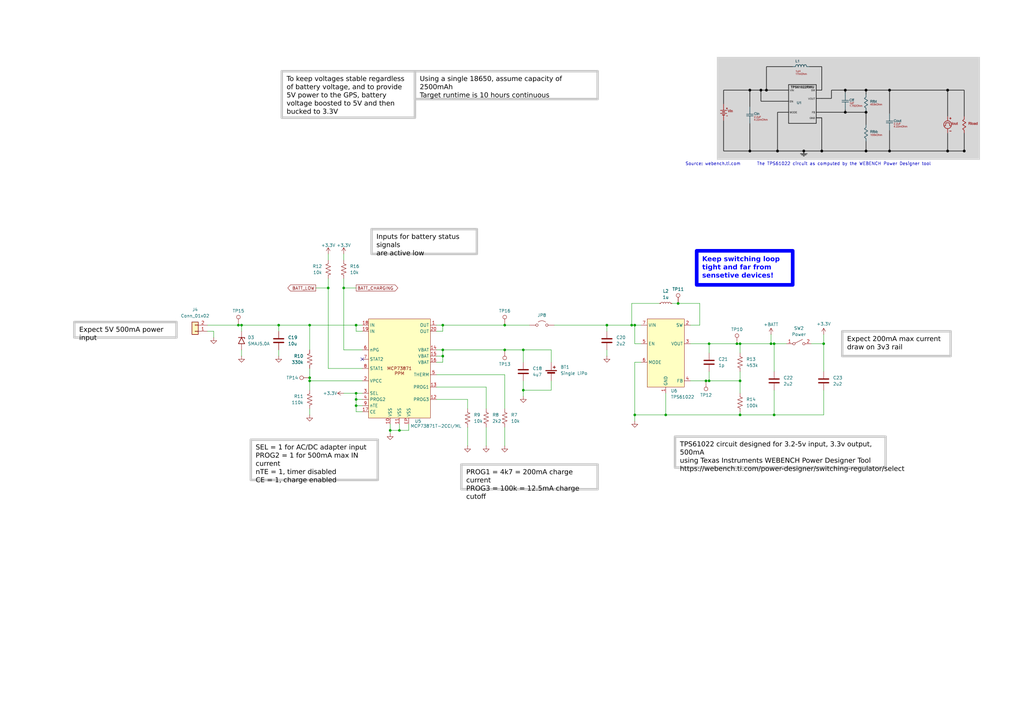
<source format=kicad_sch>
(kicad_sch (version 20250114) (generator "eeschema") (generator_version "9.0")
  (paper "A3")
  (title_block (title "STM32F100C4T6B GPS Locator") (date "2025-03-06") (rev "1.0.0") (company "MTP"))
  (lib_symbols
    (symbol "Connector:TestPoint" (pin_numbers (hide yes)) (pin_names (offset 0.762) (hide yes))
      (property "Reference" "TP" (at 0 6.858 0))
      (property "Value" "TestPoint" (at 0 5.08 0))
      (symbol "TestPoint_0_1"
        (circle (center 0 3.302) (radius 0.762))
      )
      (symbol "TestPoint_1_1"
        (pin passive line (at 0 0 90) (length 2.54) (name "1") (number "1"))
      )
    )
    (symbol "Connector_Generic:Conn_01x02" (pin_names (offset 1.016) (hide yes))
      (property "Reference" "J" (at 0 2.54 0))
      (property "Value" "Conn_01x02" (at 0 -5.08 0))
      (symbol "Conn_01x02_1_1"
        (rectangle (start -1.27 1.27) (end 1.27 -3.81) (stroke (width 0.254)) (fill (type background)))
        (rectangle (start -1.27 0.127) (end 0 -0.127) (stroke (width 0.1524)))
        (rectangle (start -1.27 -2.413) (end 0 -2.667) (stroke (width 0.1524)))
        (pin passive line (at -5.08 0 0) (length 3.81) (name "Pin_1") (number "1"))
        (pin passive line (at -5.08 -2.54 0) (length 3.81) (name "Pin_2") (number "2"))
      )
    )
    (symbol "Converter_DCDC:TPS61022"
      (property "Reference" "U6" (at 2.032 -15.494 0))
      (property "Value" "TPS61022" (at 2.032 -18.034 0))
      (symbol "TPS61022_1_1"
        (rectangle (start -7.62 13.97) (end 7.62 -13.97) (fill (type background)))
        (pin power_in line (at -10.16 11.43 0) (length 2.54) (name "VIN") (number "7"))
        (pin input line (at -10.16 3.81 0) (length 2.54) (name "EN") (number "5"))
        (pin input line (at -10.16 -3.81 0) (length 2.54) (name "MODE") (number "6"))
        (pin power_in line (at 0 -16.51 90) (length 2.54) (name "GND") (number "1"))
        (pin input line (at 10.16 11.43 180) (length 2.54) (name "SW") (number "2"))
        (pin power_out line (at 10.16 3.81 180) (length 2.54) (name "VOUT") (number "3"))
        (pin input line (at 10.16 -11.43 180) (length 2.54) (name "FB") (number "4"))
      )
    )
    (symbol "Device:Battery_Cell" (pin_numbers (hide yes)) (pin_names (offset 0) (hide yes))
      (property "Reference" "BT" (at 2.54 2.54 0))
      (property "Value" "Battery_Cell" (at 2.54 0 0))
      (symbol "Battery_Cell_0_1"
        (rectangle (start -2.286 1.778) (end 2.286 1.524) (fill (type outline)))
        (rectangle (start -1.524 1.016) (end 1.524 0.508) (fill (type outline)))
        (polyline (pts (xy 0 1.778) (xy 0 2.54)))
        (polyline (pts (xy 0 0.762) (xy 0 0)))
        (polyline (pts (xy 0.762 3.048) (xy 1.778 3.048)) (stroke (width 0.254)))
        (polyline (pts (xy 1.27 3.556) (xy 1.27 2.54)) (stroke (width 0.254)))
      )
      (symbol "Battery_Cell_1_1"
        (pin passive line (at 0 5.08 270) (length 2.54) (name "+") (number "1"))
        (pin passive line (at 0 -2.54 90) (length 2.54) (name "-") (number "2"))
      )
    )
    (symbol "Device:C" (pin_numbers (hide yes)) (pin_names (offset 0.254))
      (property "Reference" "C" (at 0.635 2.54 0))
      (property "Value" "C" (at 0.635 -2.54 0))
      (symbol "C_0_1"
        (polyline (pts (xy -2.032 0.762) (xy 2.032 0.762)) (stroke (width 0.508)))
        (polyline (pts (xy -2.032 -0.762) (xy 2.032 -0.762)) (stroke (width 0.508)))
      )
      (symbol "C_1_1"
        (pin passive line (at 0 3.81 270) (length 2.794) (name "~") (number "1"))
        (pin passive line (at 0 -3.81 90) (length 2.794) (name "~") (number "2"))
      )
    )
    (symbol "Device:L_Small" (pin_numbers (hide yes)) (pin_names (offset 0.254) (hide yes))
      (property "Reference" "L" (at 0.762 1.016 0))
      (property "Value" "L_Small" (at 0.762 -1.016 0))
      (symbol "L_Small_0_1"
        (arc (start 0 2.032) (mid 0.5058 1.524) (end 0 1.016))
        (arc (start 0 1.016) (mid 0.5058 0.508) (end 0 0))
        (arc (start 0 0) (mid 0.5058 -0.508) (end 0 -1.016))
        (arc (start 0 -1.016) (mid 0.5058 -1.524) (end 0 -2.032))
      )
      (symbol "L_Small_1_1"
        (pin passive line (at 0 2.54 270) (length 0.508) (name "~") (number "1"))
        (pin passive line (at 0 -2.54 90) (length 0.508) (name "~") (number "2"))
      )
    )
    (symbol "Device:R_US" (pin_numbers (hide yes)) (pin_names (offset 0))
      (property "Reference" "R" (at 2.54 0 90))
      (property "Value" "R_US" (at -2.54 0 90))
      (symbol "R_US_0_1"
        (polyline (pts (xy 0 2.286) (xy 0 2.54)))
        (polyline (pts (xy 0 2.286) (xy 1.016 1.905) (xy 0 1.524) (xy -1.016 1.143) (xy 0 0.762)))
        (polyline (pts (xy 0 0.762) (xy 1.016 0.381) (xy 0 0) (xy -1.016 -0.381) (xy 0 -0.762)))
        (polyline (pts (xy 0 -0.762) (xy 1.016 -1.143) (xy 0 -1.524) (xy -1.016 -1.905) (xy 0 -2.286)))
        (polyline (pts (xy 0 -2.286) (xy 0 -2.54)))
      )
      (symbol "R_US_1_1"
        (pin passive line (at 0 3.81 270) (length 1.27) (name "~") (number "1"))
        (pin passive line (at 0 -3.81 90) (length 1.27) (name "~") (number "2"))
      )
    )
    (symbol "Diode:SMAJ5.0A" (pin_numbers (hide yes)) (pin_names (offset 1.016) (hide yes))
      (property "Reference" "D" (at 0 2.54 0))
      (property "Value" "SMAJ5.0A" (at 0 -2.54 0))
      (symbol "SMAJ5.0A_0_1"
        (polyline (pts (xy -0.762 1.27) (xy -1.27 1.27) (xy -1.27 -1.27)) (stroke (width 0.254)))
        (polyline (pts (xy 1.27 1.27) (xy 1.27 -1.27) (xy -1.27 0) (xy 1.27 1.27)) (stroke (width 0.254)))
      )
      (symbol "SMAJ5.0A_1_1"
        (pin passive line (at -3.81 0 0) (length 2.54) (name "A1") (number "1"))
        (pin passive line (at 3.81 0 180) (length 2.54) (name "A2") (number "2"))
      )
    )
    (symbol "ICs:MCP73871"
      (property "Reference" "U" (at 7.62 -19.304 0))
      (symbol "MCP73871_1_1"
        (rectangle (start -12.7 22.86) (end 12.7 -17.78) (fill (type background)))
        (text "MCP73871\nPPM" (at 0 1.524 0) (effects (font (size 1.27 1.27))))
        (pin power_in line (at -15.24 20.32 0) (length 2.54) (name "IN") (number "18"))
        (pin power_in line (at -15.24 17.78 0) (length 2.54) (name "IN") (number "19"))
        (pin output line (at -15.24 10.16 0) (length 2.54) (name "nPG") (number "6"))
        (pin output line (at -15.24 6.35 0) (length 2.54) (name "STAT2") (number "7"))
        (pin output line (at -15.24 2.54 0) (length 2.54) (name "STAT1") (number "8"))
        (pin input line (at -15.24 -2.54 0) (length 2.54) (name "VPCC") (number "2"))
        (pin input line (at -15.24 -7.62 0) (length 2.54) (name "SEL") (number "3"))
        (pin input line (at -15.24 -10.16 0) (length 2.54) (name "PROG2") (number "4"))
        (pin input line (at -15.24 -12.7 0) (length 2.54) (name "nTE") (number "9"))
        (pin input line (at -15.24 -15.24 0) (length 2.54) (name "CE") (number "17"))
        (pin power_in line (at -3.81 -20.32 90) (length 2.54) (name "VSS") (number "10"))
        (pin power_in line (at 0 -20.32 90) (length 2.54) (name "VSS") (number "11"))
        (pin power_in line (at 3.81 -20.32 90) (length 2.54) (name "VSS") (number "EP"))
        (pin power_in line (at 15.24 20.32 180) (length 2.54) (name "OUT") (number "1"))
        (pin power_in line (at 15.24 17.78 180) (length 2.54) (name "OUT") (number "20"))
        (pin power_in line (at 15.24 10.16 180) (length 2.54) (name "VBAT") (number "14"))
        (pin power_in line (at 15.24 7.62 180) (length 2.54) (name "VBAT") (number "15"))
        (pin power_in line (at 15.24 5.08 180) (length 2.54) (name "VBAT") (number "16"))
        (pin input line (at 15.24 0 180) (length 2.54) (name "THERM") (number "5"))
        (pin input line (at 15.24 -5.08 180) (length 2.54) (name "PROG1") (number "13"))
        (pin input line (at 15.24 -10.16 180) (length 2.54) (name "PROG3") (number "12"))
      )
    )
    (symbol "Jumper:Jumper_2_Open" (pin_numbers (hide yes)) (pin_names (offset 0) (hide yes)) (exclude_from_sim yes)
      (property "Reference" "JP" (at 0 2.794 0))
      (property "Value" "Jumper_2_Open" (at 0 -2.286 0))
      (symbol "Jumper_2_Open_0_0"
        (circle (center -2.032 0) (radius 0.508))
        (circle (center 2.032 0) (radius 0.508))
      )
      (symbol "Jumper_2_Open_0_1"
        (arc (start -1.524 1.27) (mid 0 1.778) (end 1.524 1.27))
      )
      (symbol "Jumper_2_Open_1_1"
        (pin passive line (at -5.08 0 0) (length 2.54) (name "A") (number "1"))
        (pin passive line (at 5.08 0 180) (length 2.54) (name "B") (number "2"))
      )
    )
    (symbol "Switch:SW_SPST" (pin_names (offset 0) (hide yes))
      (property "Reference" "SW" (at 0 3.175 0))
      (property "Value" "SW_SPST" (at 0 -2.54 0))
      (symbol "SW_SPST_0_0"
        (circle (center -2.032 0) (radius 0.508))
        (polyline (pts (xy -1.524 0.254) (xy 1.524 1.778)))
        (circle (center 2.032 0) (radius 0.508))
      )
      (symbol "SW_SPST_1_1"
        (pin passive line (at -5.08 0 0) (length 2.54) (name "A") (number "1"))
        (pin passive line (at 5.08 0 180) (length 2.54) (name "B") (number "2"))
      )
    )
    (symbol "power:+3.3V" (power) (pin_numbers (hide yes)) (pin_names (offset 0) (hide yes))
      (property "Value" "+3.3V" (at 0 3.556 0))
      (symbol "+3.3V_0_1"
        (polyline (pts (xy -0.762 1.27) (xy 0 2.54)))
        (polyline (pts (xy 0 2.54) (xy 0.762 1.27)))
        (polyline (pts (xy 0 0) (xy 0 2.54)))
      )
      (symbol "+3.3V_1_1"
        (pin power_in line (at 0 0 90) (length 0) (name "~") (number "1"))
      )
    )
    (symbol "power:+BATT" (power) (pin_numbers (hide yes)) (pin_names (offset 0) (hide yes))
      (property "Value" "+BATT" (at 0 3.556 0))
      (symbol "+BATT_0_1"
        (polyline (pts (xy -0.762 1.27) (xy 0 2.54)))
        (polyline (pts (xy 0 2.54) (xy 0.762 1.27)))
        (polyline (pts (xy 0 0) (xy 0 2.54)))
      )
      (symbol "+BATT_1_1"
        (pin power_in line (at 0 0 90) (length 0) (name "~") (number "1"))
      )
    )
    (symbol "power:GND" (power) (pin_numbers (hide yes)) (pin_names (offset 0) (hide yes))
      (property "Value" "GND" (at 0 -3.81 0))
      (symbol "GND_0_1"
        (polyline (pts (xy 0 0) (xy 0 -1.27) (xy 1.27 -1.27) (xy 0 -2.54) (xy -1.27 -1.27) (xy 0 -1.27)))
      )
      (symbol "GND_1_1"
        (pin power_in line (at 0 0 270) (length 0) (name "~") (number "1"))
      )
    )
  )
  (text "Source: webench.ti.com       The TPS61022 circuit as computed by the WEBENCH Power Designer tool" (at 331.47 67.31 0) (effects (font (size 1.27 1.27))))
  (text_box "PROG1 = 4k7 = 200mA charge current\nPROG3 = 100k = 12.5mA charge cutoff" (at 189.23 190.5 0) (size 55.88 10.16) (margins 2 2 2 2) (stroke (width 1) (color 200 200 200 1)) (effects (font (size 2 2)) (justify left top)))
  (text_box "Inputs for battery status signals\nare active low" (at 152.4 93.98 0) (size 43.18 10.16) (margins 2 2 2 2) (stroke (width 1) (color 200 200 200 1)) (effects (font (size 2 2)) (justify left top)))
  (text_box "Expect 200mA max current draw on 3v3 rail" (at 345.44 135.89 0) (size 44.45 10.16) (margins 2 2 2 2) (stroke (width 1) (color 200 200 200 1)) (effects (font (size 2 2)) (justify left top)))
  (text_box "Expect 5V 500mA power input" (at 30.48 132.08 0) (size 41.91 6.35) (margins 2 2 2 2) (stroke (width 1) (color 200 200 200 1)) (effects (font (size 2 2)) (justify left top)))
  (text_box "Using a single 18650, assume capacity of 2500mAh\nTarget runtime is 10 hours continuous" (at 170.18 29.21 0) (size 74.93 11.43) (margins 2 2 2 2) (stroke (width 1) (color 200 200 200 1)) (effects (font (size 2 2)) (justify left top)))
  (text_box "To keep voltages stable regardless of battery voltage, and to provide 5V power to the GPS, battery voltage boosted to 5V and then bucked to 3.3V" (at 115.57 29.21 0) (size 54.61 19.05) (margins 2 2 2 2) (stroke (width 1) (color 200 200 200 1)) (effects (font (size 2 2)) (justify left top)))
  (text_box "SEL = 1 for AC/DC adapter input\nPROG2 = 1 for 500mA max IN current\nnTE = 1, timer disabled\nCE = 1, charge enabled" (at 102.87 180.34 0) (size 52.07 16.51) (margins 2 2 2 2) (stroke (width 1) (color 200 200 200 1)) (effects (font (size 2 2)) (justify left top)))
  (text_box "Keep switching loop tight and far from sensetive devices!" (at 285.75 102.87 0) (size 39.37 13.97) (margins 2.25 2.25 2.25 2.25) (stroke (width 1.5) (color 0 0 255 1)) (effects (font (size 2 2) (thickness 0.4) (bold yes)) (justify left top)))
  (text_box "TPS61022 circuit designed for 3.2-5v input, 3.3v output, 500mA\nusing Texas Instruments WEBENCH Power Designer Tool\nhttps://webench.ti.com/power-designer/switching-regulator/select" (at 276.86 179.07 0) (size 86.36 12.7) (margins 2 2 2 2) (stroke (width 1) (color 200 200 200 1)) (effects (font (size 2 2)) (justify left top)))
  (junction (at 163.83 176.53))
  (junction (at 259.08 133.35))
  (junction (at 146.05 161.29))
  (junction (at 207.01 143.51))
  (junction (at 337.82 140.97))
  (junction (at 317.5 170.18))
  (junction (at 181.61 133.35))
  (junction (at 181.61 146.05))
  (junction (at 146.05 166.37))
  (junction (at 260.35 133.35))
  (junction (at 146.05 163.83))
  (junction (at 303.53 170.18))
  (junction (at 278.13 124.46))
  (junction (at 99.06 133.35))
  (junction (at 214.63 160.02))
  (junction (at 290.83 156.21))
  (junction (at 127 133.35))
  (junction (at 160.02 176.53))
  (junction (at 146.05 133.35))
  (junction (at 127 156.21))
  (junction (at 273.05 170.18))
  (junction (at 114.3 133.35))
  (junction (at 289.56 156.21))
  (junction (at 302.26 140.97))
  (junction (at 248.92 133.35))
  (junction (at 303.53 156.21))
  (junction (at 97.79 133.35))
  (junction (at 181.61 143.51))
  (junction (at 207.01 133.35))
  (junction (at 316.23 140.97))
  (junction (at 290.83 140.97))
  (junction (at 134.62 118.11))
  (junction (at 214.63 143.51))
  (junction (at 140.97 118.11))
  (junction (at 127 154.94))
  (junction (at 317.5 140.97))
  (junction (at 260.35 170.18))
  (junction (at 303.53 140.97))
  (no_connect (at 148.59 147.32))
  (wire (pts (xy 181.61 148.59) (xy 181.61 146.05)))
  (wire (pts (xy 160.02 176.53) (xy 160.02 177.8)))
  (wire (pts (xy 290.83 156.21) (xy 289.56 156.21)))
  (wire (pts (xy 290.83 152.4) (xy 290.83 156.21)))
  (wire (pts (xy 260.35 148.59) (xy 260.35 170.18)))
  (wire (pts (xy 134.62 118.11) (xy 134.62 151.13)))
  (wire (pts (xy 303.53 170.18) (xy 273.05 170.18)))
  (wire (pts (xy 214.63 156.21) (xy 214.63 160.02)))
  (wire (pts (xy 134.62 151.13) (xy 148.59 151.13)))
  (wire (pts (xy 179.07 158.75) (xy 199.39 158.75)))
  (wire (pts (xy 85.09 135.89) (xy 87.63 135.89)))
  (wire (pts (xy 179.07 153.67) (xy 207.01 153.67)))
  (wire (pts (xy 302.26 140.97) (xy 290.83 140.97)))
  (wire (pts (xy 148.59 161.29) (xy 146.05 161.29)))
  (wire (pts (xy 283.21 133.35) (xy 287.02 133.35)))
  (wire (pts (xy 262.89 140.97) (xy 260.35 140.97)))
  (wire (pts (xy 181.61 143.51) (xy 207.01 143.51)))
  (wire (pts (xy 167.64 176.53) (xy 163.83 176.53)))
  (wire (pts (xy 248.92 133.35) (xy 259.08 133.35)))
  (wire (pts (xy 134.62 114.3) (xy 134.62 118.11)))
  (wire (pts (xy 127 167.64) (xy 127 170.18)))
  (wire (pts (xy 207.01 153.67) (xy 207.01 167.64)))
  (wire (pts (xy 302.26 140.97) (xy 303.53 140.97)))
  (wire (pts (xy 127 143.51) (xy 127 133.35)))
  (wire (pts (xy 160.02 173.99) (xy 160.02 176.53)))
  (wire (pts (xy 207.01 143.51) (xy 214.63 143.51)))
  (wire (pts (xy 273.05 161.29) (xy 273.05 170.18)))
  (wire (pts (xy 337.82 170.18) (xy 317.5 170.18)))
  (wire (pts (xy 260.35 170.18) (xy 260.35 172.72)))
  (wire (pts (xy 303.53 144.78) (xy 303.53 140.97)))
  (wire (pts (xy 199.39 182.88) (xy 199.39 175.26)))
  (wire (pts (xy 303.53 156.21) (xy 303.53 161.29)))
  (wire (pts (xy 146.05 168.91) (xy 146.05 166.37)))
  (wire (pts (xy 114.3 135.89) (xy 114.3 133.35)))
  (wire (pts (xy 226.06 156.21) (xy 226.06 160.02)))
  (wire (pts (xy 163.83 176.53) (xy 160.02 176.53)))
  (wire (pts (xy 337.82 140.97) (xy 337.82 137.16)))
  (wire (pts (xy 248.92 133.35) (xy 248.92 135.89)))
  (wire (pts (xy 99.06 143.51) (xy 99.06 146.05)))
  (wire (pts (xy 227.33 133.35) (xy 248.92 133.35)))
  (wire (pts (xy 127 154.94) (xy 127 156.21)))
  (wire (pts (xy 317.5 140.97) (xy 322.58 140.97)))
  (wire (pts (xy 316.23 140.97) (xy 317.5 140.97)))
  (wire (pts (xy 191.77 163.83) (xy 191.77 167.64)))
  (wire (pts (xy 148.59 168.91) (xy 146.05 168.91)))
  (wire (pts (xy 337.82 140.97) (xy 337.82 152.4)))
  (wire (pts (xy 260.35 140.97) (xy 260.35 133.35)))
  (wire (pts (xy 181.61 146.05) (xy 181.61 143.51)))
  (wire (pts (xy 179.07 135.89) (xy 181.61 135.89)))
  (wire (pts (xy 148.59 166.37) (xy 146.05 166.37)))
  (wire (pts (xy 163.83 173.99) (xy 163.83 176.53)))
  (wire (pts (xy 99.06 133.35) (xy 114.3 133.35)))
  (wire (pts (xy 181.61 133.35) (xy 207.01 133.35)))
  (wire (pts (xy 317.5 152.4) (xy 317.5 140.97)))
  (wire (pts (xy 278.13 124.46) (xy 287.02 124.46)))
  (wire (pts (xy 207.01 182.88) (xy 207.01 175.26)))
  (wire (pts (xy 214.63 143.51) (xy 226.06 143.51)))
  (wire (pts (xy 140.97 118.11) (xy 140.97 143.51)))
  (wire (pts (xy 316.23 137.16) (xy 316.23 140.97)))
  (wire (pts (xy 148.59 135.89) (xy 146.05 135.89)))
  (wire (pts (xy 140.97 143.51) (xy 148.59 143.51)))
  (wire (pts (xy 146.05 135.89) (xy 146.05 133.35)))
  (wire (pts (xy 290.83 144.78) (xy 290.83 140.97)))
  (wire (pts (xy 248.92 143.51) (xy 248.92 146.05)))
  (wire (pts (xy 191.77 182.88) (xy 191.77 175.26)))
  (wire (pts (xy 270.51 124.46) (xy 259.08 124.46)))
  (wire (pts (xy 303.53 152.4) (xy 303.53 156.21)))
  (wire (pts (xy 259.08 133.35) (xy 260.35 133.35)))
  (wire (pts (xy 167.64 173.99) (xy 167.64 176.53)))
  (wire (pts (xy 127 156.21) (xy 127 160.02)))
  (wire (pts (xy 214.63 160.02) (xy 226.06 160.02)))
  (wire (pts (xy 259.08 124.46) (xy 259.08 133.35)))
  (wire (pts (xy 207.01 133.35) (xy 217.17 133.35)))
  (wire (pts (xy 226.06 143.51) (xy 226.06 148.59)))
  (wire (pts (xy 214.63 143.51) (xy 214.63 148.59)))
  (wire (pts (xy 140.97 104.14) (xy 140.97 106.68)))
  (wire (pts (xy 114.3 143.51) (xy 114.3 146.05)))
  (wire (pts (xy 127 151.13) (xy 127 154.94)))
  (wire (pts (xy 140.97 118.11) (xy 146.05 118.11)))
  (wire (pts (xy 290.83 140.97) (xy 283.21 140.97)))
  (wire (pts (xy 140.97 161.29) (xy 146.05 161.29)))
  (wire (pts (xy 290.83 156.21) (xy 303.53 156.21)))
  (wire (pts (xy 87.63 135.89) (xy 87.63 138.43)))
  (wire (pts (xy 275.59 124.46) (xy 278.13 124.46)))
  (wire (pts (xy 146.05 133.35) (xy 148.59 133.35)))
  (wire (pts (xy 179.07 163.83) (xy 191.77 163.83)))
  (wire (pts (xy 262.89 148.59) (xy 260.35 148.59)))
  (wire (pts (xy 317.5 170.18) (xy 303.53 170.18)))
  (wire (pts (xy 287.02 124.46) (xy 287.02 133.35)))
  (wire (pts (xy 332.74 140.97) (xy 337.82 140.97)))
  (wire (pts (xy 146.05 161.29) (xy 146.05 163.83)))
  (wire (pts (xy 85.09 133.35) (xy 97.79 133.35)))
  (wire (pts (xy 214.63 160.02) (xy 214.63 162.56)))
  (wire (pts (xy 99.06 135.89) (xy 99.06 133.35)))
  (wire (pts (xy 260.35 133.35) (xy 262.89 133.35)))
  (wire (pts (xy 140.97 114.3) (xy 140.97 118.11)))
  (wire (pts (xy 179.07 133.35) (xy 181.61 133.35)))
  (wire (pts (xy 199.39 158.75) (xy 199.39 167.64)))
  (wire (pts (xy 179.07 146.05) (xy 181.61 146.05)))
  (wire (pts (xy 146.05 166.37) (xy 146.05 163.83)))
  (wire (pts (xy 181.61 135.89) (xy 181.61 133.35)))
  (wire (pts (xy 303.53 168.91) (xy 303.53 170.18)))
  (wire (pts (xy 146.05 163.83) (xy 148.59 163.83)))
  (wire (pts (xy 114.3 133.35) (xy 127 133.35)))
  (wire (pts (xy 134.62 104.14) (xy 134.62 106.68)))
  (wire (pts (xy 317.5 160.02) (xy 317.5 170.18)))
  (wire (pts (xy 303.53 140.97) (xy 316.23 140.97)))
  (wire (pts (xy 273.05 170.18) (xy 260.35 170.18)))
  (wire (pts (xy 127 156.21) (xy 148.59 156.21)))
  (wire (pts (xy 97.79 133.35) (xy 99.06 133.35)))
  (wire (pts (xy 129.54 118.11) (xy 134.62 118.11)))
  (wire (pts (xy 337.82 160.02) (xy 337.82 170.18)))
  (wire (pts (xy 127 133.35) (xy 146.05 133.35)))
  (wire (pts (xy 179.07 143.51) (xy 181.61 143.51)))
  (wire (pts (xy 179.07 148.59) (xy 181.61 148.59)))
  (wire (pts (xy 289.56 156.21) (xy 283.21 156.21)))
  (image (at 347.98 44.45) (scale 0.479343))
  (global_label "BATT_LOW" (shape output) (at 129.54 118.11 180) (property "Intersheetrefs" "${INTERSHEET_REFS}" (effects (hide yes))))
  (global_label "BATT_CHARGING" (shape output) (at 146.05 118.11 0) (property "Intersheetrefs" "${INTERSHEET_REFS}" (effects (hide yes))))
  (symbol (lib_id "Connector:TestPoint") (at 302.26 140.97 0) (unit 1)
    (property "Reference" "TP10" (at 302.26 135.128 0))
    (property "Value" "GPS_1PPS" (effects (hide yes)))
    (property "Description" "test point" (effects (hide yes)))
  )
  (symbol (lib_id "Device:Battery_Cell") (at 226.06 153.67 0) (unit 1)
    (property "Reference" "BT1" (at 229.87 150.5585 0) (effects (justify left)))
    (property "Value" "Single LiPo" (at 229.87 153.0985 0) (effects (justify left)))
    (property "Description" "Single-cell battery" (effects (hide yes)))
  )
  (symbol (lib_id "Device:C") (at 317.5 156.21 180) (unit 1)
    (property "Reference" "C22" (at 321.31 154.94 0) (effects (justify right)))
    (property "Value" "2u2" (at 321.31 157.48 0) (effects (justify right)))
    (property "Description" "Unpolarized capacitor" (effects (hide yes)))
  )
  (symbol (lib_id "power:GND") (at 127 170.18 0) (unit 1)
    (property "Reference" "#PWR038" (effects (hide yes)))
    (property "Value" "GND" (effects (hide yes)))
    (property "Description" "Power symbol creates a global label with name \"GND\" , ground" (effects (hide yes)))
  )
  (symbol (lib_id "Device:C") (at 290.83 148.59 180) (unit 1)
    (property "Reference" "C21" (at 294.64 147.32 0) (effects (justify right)))
    (property "Value" "1p" (at 294.64 149.86 0) (effects (justify right)))
    (property "Description" "Unpolarized capacitor" (effects (hide yes)))
  )
  (symbol (lib_id "Converter_DCDC:TPS61022") (at 273.05 144.78 0) (unit 1)
    (property "Reference" "U6" (at 275.082 160.274 0) (effects (justify left)))
    (property "Value" "TPS61022" (at 275.082 162.814 0) (effects (justify left)))
    (property "Footprint" "Package_TO_SOT_SMD:SC-74A-5_1.55x2.9mm_P0.95mm" (effects (hide yes)))
    (property "Datasheet" "https://www.ti.com/lit/ds/symlink/tps61022.pdf" (effects (hide yes)))
    (property "Description" "8A Boost Converter, 0.5-5.5 V input, 2.2-5.5V output, Texas RWU0007A VQFN-7" (effects (hide yes)))
  )
  (symbol (lib_id "Switch:SW_SPST") (at 327.66 140.97 0) (unit 1)
    (property "Reference" "SW2" (at 327.66 134.62 0))
    (property "Value" "Power" (at 327.66 137.16 0))
    (property "Description" "Single Pole Single Throw (SPST) switch" (effects (hide yes)))
  )
  (symbol (lib_id "Device:C") (at 337.82 156.21 180) (unit 1)
    (property "Reference" "C23" (at 341.63 154.94 0) (effects (justify right)))
    (property "Value" "2u2" (at 341.63 157.48 0) (effects (justify right)))
    (property "Description" "Unpolarized capacitor" (effects (hide yes)))
  )
  (symbol (lib_id "power:+3.3V") (at 140.97 161.29 90) (unit 1)
    (property "Reference" "#PWR032" (effects (hide yes)))
    (property "Value" "+3.3V" (at 135.382 161.29 90))
    (property "Description" "Power symbol creates a global label with name \"+3.3V\"" (effects (hide yes)))
  )
  (symbol (lib_id "Device:L_Small") (at 273.05 124.46 270) (mirror x) (unit 1)
    (property "Reference" "L2" (at 273.05 119.38 90))
    (property "Value" "1u" (at 273.05 121.92 90))
    (property "Description" "Inductor, small symbol" (effects (hide yes)))
  )
  (symbol (lib_id "Device:R_US") (at 140.97 110.49 180) (unit 1)
    (property "Reference" "R16" (at 143.51 109.22 0) (effects (justify right)))
    (property "Value" "10k" (at 143.51 111.76 0) (effects (justify right)))
    (property "Description" "Resistor, US symbol" (effects (hide yes)))
  )
  (symbol (lib_id "Device:R_US") (at 207.01 171.45 180) (unit 1)
    (property "Reference" "R7" (at 209.55 170.18 0) (effects (justify right)))
    (property "Value" "10k" (at 209.55 172.72 0) (effects (justify right)))
    (property "Description" "Resistor, US symbol" (effects (hide yes)))
  )
  (symbol (lib_id "power:GND") (at 207.01 182.88 0) (unit 1)
    (property "Reference" "#PWR036" (effects (hide yes)))
    (property "Value" "GND" (effects (hide yes)))
    (property "Description" "Power symbol creates a global label with name \"GND\" , ground" (effects (hide yes)))
  )
  (symbol (lib_id "power:GND") (at 99.06 146.05 0) (unit 1)
    (property "Reference" "#PWR040" (effects (hide yes)))
    (property "Value" "GND" (effects (hide yes)))
    (property "Description" "Power symbol creates a global label with name \"GND\" , ground" (effects (hide yes)))
  )
  (symbol (lib_id "power:+3.3V") (at 134.62 104.14 0) (unit 1)
    (property "Reference" "#PWR042" (effects (hide yes)))
    (property "Value" "+3.3V" (at 134.62 100.584 0))
    (property "Description" "Power symbol creates a global label with name \"+3.3V\"" (effects (hide yes)))
  )
  (symbol (lib_id "Connector:TestPoint") (at 278.13 124.46 0) (unit 1)
    (property "Reference" "TP11" (at 278.13 118.618 0))
    (property "Value" "GPS_1PPS" (effects (hide yes)))
    (property "Description" "test point" (effects (hide yes)))
  )
  (symbol (lib_id "Device:R_US") (at 199.39 171.45 180) (unit 1)
    (property "Reference" "R8" (at 201.93 170.18 0) (effects (justify right)))
    (property "Value" "2k2" (at 201.93 172.72 0) (effects (justify right)))
    (property "Description" "Resistor, US symbol" (effects (hide yes)))
  )
  (symbol (lib_id "Device:R_US") (at 191.77 171.45 180) (unit 1)
    (property "Reference" "R9" (at 194.31 170.18 0) (effects (justify right)))
    (property "Value" "10k" (at 194.31 172.72 0) (effects (justify right)))
    (property "Description" "Resistor, US symbol" (effects (hide yes)))
  )
  (symbol (lib_id "power:GND") (at 87.63 138.43 0) (unit 1)
    (property "Reference" "#PWR041" (effects (hide yes)))
    (property "Value" "GND" (effects (hide yes)))
    (property "Description" "Power symbol creates a global label with name \"GND\" , ground" (effects (hide yes)))
  )
  (symbol (lib_id "Connector_Generic:Conn_01x02") (at 80.01 135.89 180) (unit 1)
    (property "Reference" "J4" (at 80.01 127 0))
    (property "Value" "Conn_01x02" (at 80.01 129.54 0))
    (property "Description" "Generic connector, single row, 01x02, script generated (kicad-library-utils/schlib/autogen/connector/)" (effects (hide yes)))
  )
  (symbol (lib_id "power:GND") (at 160.02 177.8 0) (unit 1)
    (property "Reference" "#PWR037" (effects (hide yes)))
    (property "Value" "GND" (effects (hide yes)))
    (property "Description" "Power symbol creates a global label with name \"GND\" , ground" (effects (hide yes)))
  )
  (symbol (lib_id "Device:R_US") (at 127 163.83 0) (mirror x) (unit 1)
    (property "Reference" "R11" (at 124.46 162.56 0) (effects (justify right)))
    (property "Value" "110k" (at 124.46 165.1 0) (effects (justify right)))
    (property "Description" "Resistor, US symbol" (effects (hide yes)))
  )
  (symbol (lib_id "Device:C") (at 248.92 139.7 180) (unit 1)
    (property "Reference" "C20" (at 252.73 138.43 0) (effects (justify right)))
    (property "Value" "2u2" (at 252.73 140.97 0) (effects (justify right)))
    (property "Description" "Unpolarized capacitor" (effects (hide yes)))
  )
  (symbol (lib_id "power:GND") (at 199.39 182.88 0) (unit 1)
    (property "Reference" "#PWR035" (effects (hide yes)))
    (property "Value" "GND" (effects (hide yes)))
    (property "Description" "Power symbol creates a global label with name \"GND\" , ground" (effects (hide yes)))
  )
  (symbol (lib_id "Device:R_US") (at 303.53 165.1 180) (unit 1)
    (property "Reference" "R14" (at 306.07 163.83 0) (effects (justify right)))
    (property "Value" "100k" (at 306.07 166.37 0) (effects (justify right)))
    (property "Description" "Resistor, US symbol" (effects (hide yes)))
  )
  (symbol (lib_id "Connector:TestPoint") (at 289.56 156.21 180) (unit 1)
    (property "Reference" "TP12" (at 289.56 162.052 0))
    (property "Value" "GPS_1PPS" (effects (hide yes)))
    (property "Description" "test point" (effects (hide yes)))
  )
  (symbol (lib_id "Connector:TestPoint") (at 207.01 133.35 0) (unit 1)
    (property "Reference" "TP16" (at 207.01 127.508 0))
    (property "Value" "GPS_1PPS" (effects (hide yes)))
    (property "Description" "test point" (effects (hide yes)))
  )
  (symbol (lib_id "power:GND") (at 248.92 146.05 0) (unit 1)
    (property "Reference" "#PWR045" (effects (hide yes)))
    (property "Value" "GND" (effects (hide yes)))
    (property "Description" "Power symbol creates a global label with name \"GND\" , ground" (effects (hide yes)))
  )
  (symbol (lib_id "power:+BATT") (at 316.23 137.16 0) (unit 1)
    (property "Reference" "#PWR047" (effects (hide yes)))
    (property "Value" "+BATT" (at 316.23 133.096 0))
    (property "Description" "Power symbol creates a global label with name \"+BATT\"" (effects (hide yes)))
  )
  (symbol (lib_id "Device:C") (at 114.3 139.7 180) (unit 1)
    (property "Reference" "C19" (at 118.11 138.43 0) (effects (justify right)))
    (property "Value" "10u" (at 118.11 140.97 0) (effects (justify right)))
    (property "Description" "Unpolarized capacitor" (effects (hide yes)))
  )
  (symbol (lib_id "power:GND") (at 214.63 162.56 0) (unit 1)
    (property "Reference" "#PWR033" (effects (hide yes)))
    (property "Value" "GND" (effects (hide yes)))
    (property "Description" "Power symbol creates a global label with name \"GND\" , ground" (effects (hide yes)))
  )
  (symbol (lib_id "Device:R_US") (at 134.62 110.49 0) (mirror x) (unit 1)
    (property "Reference" "R12" (at 132.08 109.22 0) (effects (justify right)))
    (property "Value" "10k" (at 132.08 111.76 0) (effects (justify right)))
    (property "Description" "Resistor, US symbol" (effects (hide yes)))
  )
  (symbol (lib_id "Jumper:Jumper_2_Open") (at 222.25 133.35 0) (unit 1) (in_bom no)
    (property "Reference" "JP8" (at 222.25 129.286 0))
    (property "Value" "Jumper_2_Open" (effects (hide yes)))
    (property "Description" "Jumper, 2-pole, open" (effects (hide yes)))
  )
  (symbol (lib_id "Connector:TestPoint") (at 127 154.94 90) (unit 1)
    (property "Reference" "TP14" (at 119.888 154.94 90))
    (property "Value" "GPS_1PPS" (effects (hide yes)))
    (property "Description" "test point" (effects (hide yes)))
  )
  (symbol (lib_id "Device:R_US") (at 127 147.32 0) (mirror x) (unit 1)
    (property "Reference" "R10" (at 124.46 146.05 0) (effects (justify right)))
    (property "Value" "330k" (at 124.46 148.59 0) (effects (justify right)))
    (property "Description" "Resistor, US symbol" (effects (hide yes)))
  )
  (symbol (lib_id "power:+3.3V") (at 140.97 104.14 0) (unit 1)
    (property "Reference" "#PWR043" (effects (hide yes)))
    (property "Value" "+3.3V" (at 140.97 100.584 0))
    (property "Description" "Power symbol creates a global label with name \"+3.3V\"" (effects (hide yes)))
  )
  (symbol (lib_id "Connector:TestPoint") (at 97.79 133.35 0) (unit 1)
    (property "Reference" "TP15" (at 97.79 127.508 0))
    (property "Value" "GPS_1PPS" (effects (hide yes)))
    (property "Description" "test point" (effects (hide yes)))
  )
  (symbol (lib_id "power:GND") (at 260.35 172.72 0) (unit 1)
    (property "Reference" "#PWR044" (effects (hide yes)))
    (property "Value" "GND" (effects (hide yes)))
    (property "Description" "Power symbol creates a global label with name \"GND\" , ground" (effects (hide yes)))
  )
  (symbol (lib_id "power:GND") (at 191.77 182.88 0) (unit 1)
    (property "Reference" "#PWR034" (effects (hide yes)))
    (property "Value" "GND" (effects (hide yes)))
    (property "Description" "Power symbol creates a global label with name \"GND\" , ground" (effects (hide yes)))
  )
  (symbol (lib_id "ICs:MCP73871") (at 163.83 153.67 0) (unit 1)
    (property "Reference" "U5" (at 171.45 172.72 0))
    (property "Value" "MCP73871T-2CCI/ML" (at 178.816 174.752 0))
    (property "Footprint" "Package_DFN_QFN:QFN-20-1EP_4x4mm_P0.5mm_EP2.5x2.5mm" (effects (hide yes)))
    (property "LCSC Part" "C511310" (effects (hide yes)))
  )
  (symbol (lib_id "Device:C") (at 214.63 152.4 180) (unit 1)
    (property "Reference" "C18" (at 218.44 151.13 0) (effects (justify right)))
    (property "Value" "4u7" (at 218.44 153.67 0) (effects (justify right)))
    (property "Description" "Unpolarized capacitor" (effects (hide yes)))
  )
  (symbol (lib_id "Connector:TestPoint") (at 207.01 143.51 180) (unit 1)
    (property "Reference" "TP13" (at 207.01 149.352 0))
    (property "Value" "GPS_1PPS" (effects (hide yes)))
    (property "Description" "test point" (effects (hide yes)))
  )
  (symbol (lib_id "power:+3.3V") (at 337.82 137.16 0) (unit 1)
    (property "Reference" "#PWR046" (effects (hide yes)))
    (property "Value" "+3.3V" (at 337.82 132.842 0))
    (property "Description" "Power symbol creates a global label with name \"+3.3V\"" (effects (hide yes)))
  )
  (symbol (lib_id "Diode:SMAJ5.0A") (at 99.06 139.7 270) (unit 1)
    (property "Reference" "D3" (at 101.6 138.43 90) (effects (justify left)))
    (property "Value" "SMAJ5.0A" (at 101.6 140.97 90) (effects (justify left)))
    (property "Footprint" "Diode_SMD:D_SMA" (effects (hide yes)))
    (property "Datasheet" "https://www.littelfuse.com/media?resourcetype=datasheets&itemid=75e32973-b177-4ee3-a0ff-cedaf1abdb93&filename=smaj-datasheet" (effects (hide yes)))
    (property "Description" "400W unidirectional Transient Voltage Suppressor, 5.0Vr, SMA(DO-214AC)" (effects (hide yes)))
  )
  (symbol (lib_id "Device:R_US") (at 303.53 148.59 180) (unit 1)
    (property "Reference" "R13" (at 306.07 147.32 0) (effects (justify right)))
    (property "Value" "453k" (at 306.07 149.86 0) (effects (justify right)))
    (property "Description" "Resistor, US symbol" (effects (hide yes)))
  )
  (symbol (lib_id "power:GND") (at 114.3 146.05 0) (unit 1)
    (property "Reference" "#PWR039" (effects (hide yes)))
    (property "Value" "GND" (effects (hide yes)))
    (property "Description" "Power symbol creates a global label with name \"GND\" , ground" (effects (hide yes)))
  )
)
</source>
